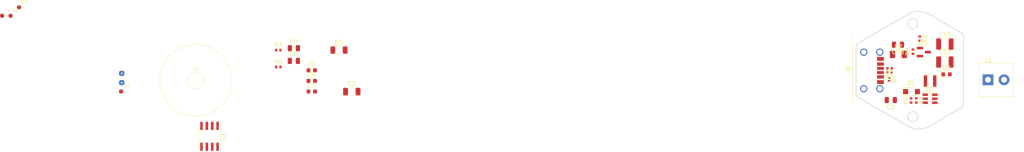
<source format=kicad_pcb>
(kicad_pcb (version 20241229) (generator "pcbnew") (generator_version "9.0")
  (layers (0 "F.Cu" signal) (2 "B.Cu" signal) (13 "F.Paste" user) (15 "B.Paste" user) (5 "F.SilkS" user "F.Silkscreen") (7 "B.SilkS" user "B.Silkscreen") (1 "F.Mask" user) (3 "B.Mask" user) (25 "Edge.Cuts" user))
  (net 0 "")
  (net 1 "GND")
  (net 2 "VBUS")
  (net 3 "+5C")
  (net 4 "Net-(U1-FB)")
  (net 5 "Net-(D2-A)")
  (net 6 "Net-(R3-Pad1)")
  (net 7 "Net-(R3-Pad2)")
  (net 8 "GNDPWR")
  (net 9 "/DRIVE")
  (net 10 "+5V")
  (net 11 "Net-(D1-A)")
  (net 12 "Net-(Q1-G)")
  (net 13 "Net-(J2-Pin_2)")
  (net 14 "Net-(J8-CC2)")
  (net 15 "Net-(J8-CC1)")
  (net 16 "Net-(U2-FB)")
  (footprint "Resistor_SMD:R_0402_1005Metric" (layer "F.Cu") (at 146.9375 92.46 -90)
    (property "Reference" "R9" (at 0 -1.17 90) (layer "F.SilkS"))
    (property "Value" "0R")
    (fp_line (start -0.153641 0.38) (end 0.153641 0.38) (stroke (width 0.12)) (layer "F.SilkS"))
    (fp_line (start -0.153641 -0.38) (end 0.153641 -0.38) (stroke (width 0.12)) (layer "F.SilkS"))
    (pad "1" smd roundrect (at -0.51 0 270) (size 0.54 0.64) (layers "F.Cu" "F.Mask" "F.Paste") (net 5 "Net-(D2-A)"))
    (pad "2" smd roundrect (at 0.51 0 270) (size 0.54 0.64) (layers "F.Cu" "F.Mask" "F.Paste") (net 12 "Net-(Q1-G)"))
  )
  (footprint "Capacitor_SMD:C_1210_3225Metric" (layer "F.Cu") (at 152.9 98)
    (property "Reference" "C12" (at 0 -2.3 0) (layer "F.SilkS"))
    (property "Value" "22uF 25V")
    (fp_line (start -0.711252 -1.36) (end 0.711252 -1.36) (stroke (width 0.12)) (layer "F.SilkS"))
    (fp_line (start -0.711252 1.36) (end 0.711252 1.36) (stroke (width 0.12)) (layer "F.SilkS"))
    (pad "1" smd roundrect (at -1.475 0) (size 1.15 2.7) (layers "F.Cu" "F.Mask" "F.Paste") (roundrect_rratio 0.217391) (net 10 "+5V"))
    (pad "2" smd roundrect (at 1.475 0) (size 1.15 2.7) (layers "F.Cu" "F.Mask" "F.Paste") (roundrect_rratio 0.217391) (net 1 "GND"))
  )
  (footprint "Package_TO_SOT_SMD:SOT-23-6" (layer "F.Cu") (at 149.385 106.675)
    (property "Reference" "U2" (at 0 -2.4 0) (layer "F.SilkS"))
    (property "Value" "MT3608")
    (fp_line (start 0 -1.56) (end -0.8 -1.56) (stroke (width 0.12)) (layer "F.SilkS"))
    (fp_line (start 0 -1.56) (end 0.8 -1.56) (stroke (width 0.12)) (layer "F.SilkS"))
    (fp_line (start 0 1.56) (end -0.8 1.56) (stroke (width 0.12)) (layer "F.SilkS"))
    (fp_line (start 0 1.56) (end 0.8 1.56) (stroke (width 0.12)) (layer "F.SilkS"))
    (fp_poly (pts (xy -1.3 -1.51) (xy -1.54 -1.84) (xy -1.06 -1.84)) (stroke (width 0.12)) (fill yes) (layer "F.SilkS"))
    (pad "1" smd roundrect (at -1.1375 -0.95) (size 1.325 0.6) (layers "F.Cu" "F.Mask" "F.Paste") (net 11 "Net-(D1-A)"))
    (pad "2" smd roundrect (at -1.1375 0) (size 1.325 0.6) (layers "F.Cu" "F.Mask" "F.Paste") (net 1 "GND"))
    (pad "3" smd roundrect (at -1.1375 0.95) (size 1.325 0.6) (layers "F.Cu" "F.Mask" "F.Paste") (net 16 "Net-(U2-FB)"))
    (pad "4" smd roundrect (at 1.1375 0.95) (size 1.325 0.6) (layers "F.Cu" "F.Mask" "F.Paste") (net 10 "+5V"))
    (pad "5" smd roundrect (at 1.1375 0) (size 1.325 0.6) (layers "F.Cu" "F.Mask" "F.Paste") (net 10 "+5V"))
    (pad "6" smd roundrect (at 1.1375 -0.95) (size 1.325 0.6) (layers "F.Cu" "F.Mask" "F.Paste"))
  )
  (footprint "Resistor_SMD:R_0402_1005Metric" (layer "F.Cu") (at -4.865 99.16)
    (property "Reference" "R6" (at 0 -1.17 0) (layer "F.SilkS"))
    (property "Value" "1k 1%")
    (fp_line (start -0.153641 -0.38) (end 0.153641 -0.38) (stroke (width 0.12)) (layer "F.SilkS"))
    (fp_line (start -0.153641 0.38) (end 0.153641 0.38) (stroke (width 0.12)) (layer "F.SilkS"))
    (pad "1" smd roundrect (at -0.51 0) (size 0.54 0.64) (layers "F.Cu" "F.Mask" "F.Paste") (net 4 "Net-(U1-FB)"))
    (pad "2" smd roundrect (at 0.51 0) (size 0.54 0.64) (layers "F.Cu" "F.Mask" "F.Paste") (net 8 "GNDPWR"))
  )
  (footprint "Capacitor_SMD:C_0603_1608Metric" (layer "F.Cu") (at 3.045 104.98)
    (property "Reference" "C7" (at 0 -1.43 0) (layer "F.SilkS"))
    (property "Value" "0.1uF 16V 10% X7R")
    (fp_line (start -0.14058 -0.51) (end 0.14058 -0.51) (stroke (width 0.12)) (layer "F.SilkS"))
    (fp_line (start -0.14058 0.51) (end 0.14058 0.51) (stroke (width 0.12)) (layer "F.SilkS"))
    (pad "1" smd roundrect (at -0.775 0) (size 0.9 0.95) (layers "F.Cu" "F.Mask" "F.Paste") (net 3 "+5C"))
    (pad "2" smd roundrect (at 0.775 0) (size 0.9 0.95) (layers "F.Cu" "F.Mask" "F.Paste") (net 1 "GND"))
  )
  (footprint "Capacitor_SMD:C_1206_3216Metric" (layer "F.Cu") (at 12.525 105)
    (property "Reference" "C3" (at 0 -1.85 0) (layer "F.SilkS"))
    (property "Value" "33nF 50V COG")
    (fp_line (start -0.711252 -0.91) (end 0.711252 -0.91) (stroke (width 0.12)) (layer "F.SilkS"))
    (fp_line (start -0.711252 0.91) (end 0.711252 0.91) (stroke (width 0.12)) (layer "F.SilkS"))
    (pad "1" smd roundrect (at -1.475 0) (size 1.15 1.8) (layers "F.Cu" "F.Mask" "F.Paste") (roundrect_rratio 0.217391) (net 9 "/DRIVE"))
    (pad "2" smd roundrect (at 1.475 0) (size 1.15 1.8) (layers "F.Cu" "F.Mask" "F.Paste") (roundrect_rratio 0.217391) (net 3 "+5C"))
  )
  (footprint "Pixels-dice:TEST_PIN" (layer "F.Cu") (at -42.0775 104.975)
    (property "Reference" "W3" (hide yes))
    (property "Value" "LED" (at 1.25 -1.27 0) (layer "F.SilkS") (effects (font (size 0.5 0.5) (thickness 0.1))))
    (pad "1" smd circle (at 0 0) (size 1 1) (layers "F.Cu" "F.Mask") (net 5 "Net-(D2-A)"))
  )
  (footprint "Inductor_SMD:L_Taiyo-Yuden_MD-3030" (layer "F.Cu") (at 149.4 102.5 180)
    (property "Reference" "L1" (at 0 -2.5 0) (layer "F.SilkS"))
    (property "Value" "10uH 500mA")
    (fp_line (start -1.5 1.6) (end 1.5 1.6) (stroke (width 0.12)) (layer "F.SilkS"))
    (fp_line (start -1.5 -1.6) (end 1.5 -1.6) (stroke (width 0.12)) (layer "F.SilkS"))
    (pad "1" smd rect (at -1.1 0 180) (size 0.8 2.7) (layers "F.Cu" "F.Mask" "F.Paste") (net 10 "+5V"))
    (pad "2" smd rect (at 1.1 0 180) (size 0.8 2.7) (layers "F.Cu" "F.Mask" "F.Paste") (net 11 "Net-(D1-A)"))
  )
  (footprint "Resistor_SMD:R_0402_1005Metric" (layer "F.Cu") (at 139.81 100.5 180)
    (property "Reference" "R1" (at 0 -1.17 0) (layer "F.SilkS"))
    (property "Value" "5.1k 1%")
    (fp_line (start -0.153641 0.38) (end 0.153641 0.38) (stroke (width 0.12)) (layer "F.SilkS"))
    (fp_line (start -0.153641 -0.38) (end 0.153641 -0.38) (stroke (width 0.12)) (layer "F.SilkS"))
    (pad "1" smd roundrect (at -0.51 0 180) (size 0.54 0.64) (layers "F.Cu" "F.Mask" "F.Paste") (net 1 "GND"))
    (pad "2" smd roundrect (at 0.51 0 180) (size 0.54 0.64) (layers "F.Cu" "F.Mask" "F.Paste") (net 14 "Net-(J8-CC2)"))
  )
  (footprint "Fuse:Fuse_1206_3216Metric" (layer "F.Cu") (at 141.9 96.2)
    (property "Reference" "F2" (at 0 -1.83 0) (layer "F.SilkS"))
    (property "Value" "250mA 150mR")
    (fp_line (start -0.602064 -0.91) (end 0.602064 -0.91) (stroke (width 0.12)) (layer "F.SilkS"))
    (fp_line (start -0.602064 0.91) (end 0.602064 0.91) (stroke (width 0.12)) (layer "F.SilkS"))
    (pad "1" smd roundrect (at -1.4 0) (size 1.25 1.75) (layers "F.Cu" "F.Mask" "F.Paste") (roundrect_rratio 0.2) (net 2 "VBUS"))
    (pad "2" smd roundrect (at 1.4 0) (size 1.25 1.75) (layers "F.Cu" "F.Mask" "F.Paste") (roundrect_rratio 0.2) (net 10 "+5V"))
  )
  (footprint "Capacitor_SMD:C_0805_2012Metric" (layer "F.Cu") (at 141.8 93.9 180)
    (property "Reference" "C13" (at 0 -1.68 0) (layer "F.SilkS"))
    (property "Value" "10uF 50V 10% X5R")
    (fp_line (start -0.261252 0.735) (end 0.261252 0.735) (stroke (width 0.12)) (layer "F.SilkS"))
    (fp_line (start -0.261252 -0.735) (end 0.261252 -0.735) (stroke (width 0.12)) (layer "F.SilkS"))
    (pad "1" smd roundrect (at -0.95 0 180) (size 1 1.45) (layers "F.Cu" "F.Mask" "F.Paste") (net 10 "+5V"))
    (pad "2" smd roundrect (at 0.95 0 180) (size 1 1.45) (layers "F.Cu" "F.Mask" "F.Paste") (net 2 "VBUS"))
  )
  (footprint "Pixels-dice:USB-C-SMD_10P-P1.00-L6.8-W8.9" (layer "F.Cu") (at 135.6 100 180)
    (property "Reference" "J8" (at 5.5 0 90) (layer "F.SilkS"))
    (property "Value" "USB_C_Receptacle_USB2.0")
    (fp_line (start 4.5 8) (end 4.5 -7.6) (stroke (width 0.12)) (layer "F.SilkS"))
    (pad "A5" smd rect (at -2.05 0.5 270) (size 0.7 1.6) (layers "F.Cu" "F.Mask" "F.Paste") (net 15 "Net-(J8-CC1)"))
    (pad "A9" smd rect (at -2.05 -1.52 270) (size 0.8 1.6) (layers "F.Cu" "F.Mask" "F.Paste") (net 2 "VBUS"))
    (pad "A12" smd rect (at -2.05 -2.75 270) (size 0.9 1.6) (layers "F.Cu" "F.Mask" "F.Paste") (net 1 "GND"))
    (pad "B5" smd rect (at -2.05 -0.5 270) (size 0.7 1.6) (layers "F.Cu" "F.Mask" "F.Paste") (net 14 "Net-(J8-CC2)"))
    (pad "B9" smd rect (at -2.05 1.52 270) (size 0.8 1.6) (layers "F.Cu" "F.Mask" "F.Paste") (net 2 "VBUS"))
    (pad "B12" smd rect (at -2.05 2.75 270) (size 0.9 1.6) (layers "F.Cu" "F.Mask" "F.Paste") (net 1 "GND"))
    (pad "S1" thru_hole circle (at -1.9 -4.32 180) (size 1.7 1.7) (drill 1.2) (layers "*.Cu" "*.Mask") (net 1 "GND"))
    (pad "S1" thru_hole circle (at -1.9 4.32 180) (size 1.7 1.7) (drill 1.2) (layers "*.Cu" "*.Mask") (net 1 "GND"))
    (pad "S1" thru_hole circle (at 1.9 -4.32 180) (size 1.7 1.7) (drill 1.2) (layers "*.Cu" "*.Mask") (net 1 "GND"))
    (pad "S1" thru_hole circle (at 1.9 4.32 180) (size 1.7 1.7) (drill 1.2) (layers "*.Cu" "*.Mask") (net 1 "GND"))
  )
  (footprint "Capacitor_SMD:C_0805_2012Metric" (layer "F.Cu") (at 140.1 107 180)
    (property "Reference" "C2" (at 0 -1.68 0) (layer "F.SilkS"))
    (property "Value" "22uF 25V 20% X5R")
    (fp_line (start -0.261252 0.735) (end 0.261252 0.735) (stroke (width 0.12)) (layer "F.SilkS"))
    (fp_line (start -0.261252 -0.735) (end 0.261252 -0.735) (stroke (width 0.12)) (layer "F.SilkS"))
    (pad "1" smd roundrect (at -0.95 0 180) (size 1 1.45) (layers "F.Cu" "F.Mask" "F.Paste") (net 3 "+5C"))
    (pad "2" smd roundrect (at 0.95 0 180) (size 1 1.45) (layers "F.Cu" "F.Mask" "F.Paste") (net 1 "GND"))
  )
  (footprint "Pixels-dice:TX Coil" (layer "F.Cu") (at -24.4375 102.305)
    (property "Reference" "J1" (at 0 -2.8 0) (layer "F.SilkS"))
    (property "Value" "TX_Coil")
    (fp_circle (center 0 0) (end 2 0) (stroke (width 0.1)) (fill no) (layer "F.SilkS"))
    (fp_circle (center 0 0) (end 8.5 0) (stroke (width 0.1)) (fill no) (layer "F.SilkS"))
  )
  (footprint "Package_TO_SOT_SMD:SOT-23" (layer "F.Cu") (at 147.9375 95.65)
    (property "Reference" "Q1" (at 0 -2.4 0) (layer "F.SilkS"))
    (property "Value" "2N7002")
    (fp_line (start 0 -1.56) (end -0.65 -1.56) (stroke (width 0.12)) (layer "F.SilkS"))
    (fp_line (start 0 -1.56) (end 0.65 -1.56) (stroke (width 0.12)) (layer "F.SilkS"))
    (fp_line (start 0 1.56) (end -0.65 1.56) (stroke (width 0.12)) (layer "F.SilkS"))
    (fp_line (start 0 1.56) (end 0.65 1.56) (stroke (width 0.12)) (layer "F.SilkS"))
    (fp_poly (pts (xy -1.1625 -1.51) (xy -1.4025 -1.84) (xy -0.9225 -1.84)) (stroke (width 0.12)) (fill yes) (layer "F.SilkS"))
    (pad "1" smd roundrect (at -0.9375 -0.95) (size 1.475 0.6) (layers "F.Cu" "F.Mask" "F.Paste") (net 12 "Net-(Q1-G)"))
    (pad "2" smd roundrect (at -0.9375 0.95) (size 1.475 0.6) (layers "F.Cu" "F.Mask" "F.Paste") (net 1 "GND"))
    (pad "3" smd roundrect (at 0.9375 0) (size 1.475 0.6) (layers "F.Cu" "F.Mask" "F.Paste") (net 13 "Net-(J2-Pin_2)"))
  )
  (footprint "Capacitor_SMD:C_0603_1608Metric" (layer "F.Cu") (at 3.045 99.96)
    (property "Reference" "C1" (at 0 -1.43 0) (layer "F.SilkS"))
    (property "Value" "0.1uF 16V 10% X7R")
    (fp_line (start -0.14058 -0.51) (end 0.14058 -0.51) (stroke (width 0.12)) (layer "F.SilkS"))
    (fp_line (start -0.14058 0.51) (end 0.14058 0.51) (stroke (width 0.12)) (layer "F.SilkS"))
    (pad "1" smd roundrect (at -0.775 0) (size 0.9 0.95) (layers "F.Cu" "F.Mask" "F.Paste") (net 3 "+5C"))
    (pad "2" smd roundrect (at 0.775 0) (size 0.9 0.95) (layers "F.Cu" "F.Mask" "F.Paste") (net 1 "GND"))
  )
  (footprint "Resistor_SMD:R_0402_1005Metric" (layer "F.Cu") (at 145.3375 95.55 90)
    (property "Reference" "R8" (at 0 -1.17 90) (layer "F.SilkS"))
    (property "Value" "DNP")
    (fp_line (start -0.153641 -0.38) (end 0.153641 -0.38) (stroke (width 0.12)) (layer "F.SilkS"))
    (fp_line (start -0.153641 0.38) (end 0.153641 0.38) (stroke (width 0.12)) (layer "F.SilkS"))
    (pad "1" smd roundrect (at -0.51 0 90) (size 0.54 0.64) (layers "F.Cu" "F.Mask" "F.Paste") (net 1 "GND"))
    (pad "2" smd roundrect (at 0.51 0 90) (size 0.54 0.64) (layers "F.Cu" "F.Mask" "F.Paste") (net 12 "Net-(Q1-G)"))
  )
  (footprint "Pixels-dice:SOIC-8_3.9x4.9mm_P1.27mm" (layer "F.Cu") (at -21.1425 115.58)
    (property "Reference" "U1" (at 3.4 0 270) (layer "F.SilkS"))
    (property "Value" "XKT520")
    (fp_line (start -2.56 0) (end -2.56 -1.95) (stroke (width 0.12)) (layer "F.SilkS"))
    (fp_line (start -2.56 0) (end -2.56 3.45) (stroke (width 0.12)) (layer "F.SilkS"))
    (fp_line (start 2.56 0) (end 2.56 -1.95) (stroke (width 0.12)) (layer "F.SilkS"))
    (fp_line (start 2.56 0) (end 2.56 1.95) (stroke (width 0.12)) (layer "F.SilkS"))
    (pad "1" smd roundrect (at -1.905 2.475 90) (size 1.95 0.6) (layers "F.Cu" "F.Mask" "F.Paste") (net 3 "+5C"))
    (pad "2" smd roundrect (at -0.635 2.475 90) (size 1.95 0.6) (layers "F.Cu" "F.Mask" "F.Paste") (net 5 "Net-(D2-A)"))
    (pad "3" smd roundrect (at 0.635 2.475 90) (size 1.95 0.6) (layers "F.Cu" "F.Mask" "F.Paste") (net 7 "Net-(R3-Pad2)"))
    (pad "4" smd roundrect (at 1.905 2.475 90) (size 1.95 0.6) (layers "F.Cu" "F.Mask" "F.Paste") (net 6 "Net-(R3-Pad1)"))
    (pad "5" smd roundrect (at 1.905 -2.475 90) (size 1.95 0.6) (layers "F.Cu" "F.Mask" "F.Paste") (net 4 "Net-(U1-FB)"))
    (pad "6" smd roundrect (at 0.635 -2.475 90) (size 1.95 0.6) (layers "F.Cu" "F.Mask" "F.Paste") (net 1 "GND"))
    (pad "7" smd roundrect (at -0.635 -2.475 90) (size 1.95 0.6) (layers "F.Cu" "F.Mask" "F.Paste") (net 9 "/DRIVE"))
    (pad "8" smd roundrect (at -1.905 -2.475 90) (size 1.95 0.6) (layers "F.Cu" "F.Mask" "F.Paste") (net 8 "GNDPWR"))
  )
  (footprint "Resistor_SMD:R_1206_3216Metric" (layer "F.Cu") (at 9.495 95.17)
    (property "Reference" "R5" (at 0 -1.83 0) (layer "F.SilkS"))
    (property "Value" "1.0R")
    (fp_line (start -0.727064 -0.91) (end 0.727064 -0.91) (stroke (width 0.12)) (layer "F.SilkS"))
    (fp_line (start -0.727064 0.91) (end 0.727064 0.91) (stroke (width 0.12)) (layer "F.SilkS"))
    (pad "1" smd roundrect (at -1.4625 0) (size 1.125 1.75) (layers "F.Cu" "F.Mask" "F.Paste") (roundrect_rratio 0.222222) (net 1 "GND"))
    (pad "2" smd roundrect (at 1.4625 0) (size 1.125 1.75) (layers "F.Cu" "F.Mask" "F.Paste") (roundrect_rratio 0.222222) (net 8 "GNDPWR"))
  )
  (footprint "Pixels-dice:TEST_PIN" (layer "F.Cu") (at -68.2375 87.055)
    (property "Reference" "W6" (hide yes))
    (property "Value" "OUT" (at 1.25 -1.27 0) (layer "F.SilkS") (effects (font (size 0.5 0.5) (thickness 0.1))))
    (pad "1" smd circle (at 0 0) (size 1 1) (layers "F.Cu" "F.Mask") (net 9 "/DRIVE"))
  )
  (footprint "Resistor_SMD:R_0402_1005Metric" (layer "F.Cu") (at -4.865 95.18)
    (property "Reference" "R3" (at 0 -1.17 0) (layer "F.SilkS"))
    (property "Value" "120K 1%")
    (fp_line (start -0.153641 -0.38) (end 0.153641 -0.38) (stroke (width 0.12)) (layer "F.SilkS"))
    (fp_line (start -0.153641 0.38) (end 0.153641 0.38) (stroke (width 0.12)) (layer "F.SilkS"))
    (pad "1" smd roundrect (at -0.51 0) (size 0.54 0.64) (layers "F.Cu" "F.Mask" "F.Paste") (net 6 "Net-(R3-Pad1)"))
    (pad "2" smd roundrect (at 0.51 0) (size 0.54 0.64) (layers "F.Cu" "F.Mask" "F.Paste") (net 7 "Net-(R3-Pad2)"))
  )
  (footprint "Capacitor_SMD:C_0805_2012Metric" (layer "F.Cu") (at -1.185 97.73)
    (property "Reference" "C9" (at 0 -1.68 0) (layer "F.SilkS"))
    (property "Value" "10uF 50V 10% X5R")
    (fp_line (start -0.261252 -0.735) (end 0.261252 -0.735) (stroke (width 0.12)) (layer "F.SilkS"))
    (fp_line (start -0.261252 0.735) (end 0.261252 0.735) (stroke (width 0.12)) (layer "F.SilkS"))
    (pad "1" smd roundrect (at -0.95 0) (size 1 1.45) (layers "F.Cu" "F.Mask" "F.Paste") (net 8 "GNDPWR"))
    (pad "2" smd roundrect (at 0.95 0) (size 1 1.45) (layers "F.Cu" "F.Mask" "F.Paste") (net 1 "GND"))
  )
  (footprint "Resistor_SMD:R_0402_1005Metric" (layer "F.Cu") (at 139.81 99.5 180)
    (property "Reference" "R2" (at 0 -1.17 0) (layer "F.SilkS"))
    (property "Value" "5.1k 1%")
    (fp_line (start -0.153641 0.38) (end 0.153641 0.38) (stroke (width 0.12)) (layer "F.SilkS"))
    (fp_line (start -0.153641 -0.38) (end 0.153641 -0.38) (stroke (width 0.12)) (layer "F.SilkS"))
    (pad "1" smd roundrect (at -0.51 0 180) (size 0.54 0.64) (layers "F.Cu" "F.Mask" "F.Paste") (net 1 "GND"))
    (pad "2" smd roundrect (at 0.51 0 180) (size 0.54 0.64) (layers "F.Cu" "F.Mask" "F.Paste") (net 15 "Net-(J8-CC1)"))
  )
  (footprint "Capacitor_SMD:C_0805_2012Metric" (layer "F.Cu") (at -1.185 94.72)
    (property "Reference" "C5" (at 0 -1.68 0) (layer "F.SilkS"))
    (property "Value" "22uF 25V 20% X5R")
    (fp_line (start -0.261252 -0.735) (end 0.261252 -0.735) (stroke (width 0.12)) (layer "F.SilkS"))
    (fp_line (start -0.261252 0.735) (end 0.261252 0.735) (stroke (width 0.12)) (layer "F.SilkS"))
    (pad "1" smd roundrect (at -0.95 0) (size 1 1.45) (layers "F.Cu" "F.Mask" "F.Paste") (net 3 "+5C"))
    (pad "2" smd roundrect (at 0.95 0) (size 1 1.45) (layers "F.Cu" "F.Mask" "F.Paste") (net 1 "GND"))
  )
  (footprint "Resistor_SMD:R_0402_1005Metric" (layer "F.Cu") (at 146.14 107.105 -90)
    (property "Reference" "R7" (at 0 -1.17 90) (layer "F.SilkS"))
    (property "Value" "~")
    (fp_line (start -0.153641 0.38) (end 0.153641 0.38) (stroke (width 0.12)) (layer "F.SilkS"))
    (fp_line (start -0.153641 -0.38) (end 0.153641 -0.38) (stroke (width 0.12)) (layer "F.SilkS"))
    (pad "1" smd roundrect (at -0.51 0 270) (size 0.54 0.64) (layers "F.Cu" "F.Mask" "F.Paste") (net 1 "GND"))
    (pad "2" smd roundrect (at 0.51 0 270) (size 0.54 0.64) (layers "F.Cu" "F.Mask" "F.Paste") (net 16 "Net-(U2-FB)"))
  )
  (footprint "Pixels-dice:DFN" (layer "F.Cu") (at 139.7 102.125 -90)
    (property "Reference" "D4" (at 0 -1.16 90) (layer "F.SilkS"))
    (property "Value" "D_TVS")
    (fp_circle (center -0.7 0) (end -0.7 0) (stroke (width 0.12)) (fill no) (layer "F.SilkS"))
    (pad "1" smd rect (at -0.325 0 270) (size 0.35 0.6) (layers "F.Cu" "F.Mask" "F.Paste") (net 2 "VBUS"))
    (pad "2" smd rect (at 0.325 0 270) (size 0.35 0.6) (layers "F.Cu" "F.Mask" "F.Paste") (net 1 "GND"))
  )
  (footprint "Pixels-dice:COIL_CON" (layer "F.Cu") (at -41.9275 100.825)
    (property "Reference" "J6" (hide yes))
    (property "Value" "Coil B" (hide yes))
    (pad "1" thru_hole roundrect (at 0 -0.15) (size 1.3 1.2) (drill 0.35) (layers "*.Cu" "*.Mask") (roundrect_rratio 0.4) (net 3 "+5C"))
  )
  (footprint "Pixels-dice:TEST_PIN" (layer "F.Cu") (at -66.2375 85.055)
    (property "Reference" "W7" (hide yes))
    (property "Value" "PVSS" (at 1.25 -1.27 0) (layer "F.SilkS") (effects (font (size 0.5 0.5) (thickness 0.1))))
    (pad "1" smd circle (at 0 0) (size 1 1) (layers "F.Cu" "F.Mask") (net 8 "GNDPWR"))
  )
  (footprint "Pixels-dice:DB125-3.81-2P-GN-S" (layer "F.Cu") (at 163.1 102.2)
    (property "Reference" "J2" (at 0 -4.5 0) (layer "F.SilkS"))
    (property "Value" "Screw_Terminal_01x02")
    (fp_line (start -2 -4) (end -2 4) (stroke (width 0.12)) (layer "F.SilkS"))
    (fp_line (start -2 4) (end 6 4) (stroke (width 0.12)) (layer "F.SilkS"))
    (fp_line (start 6 -4) (end -2 -4) (stroke (width 0.12)) (layer "F.SilkS"))
    (fp_line (start 6 4) (end 6 -4) (stroke (width 0.12)) (layer "F.SilkS"))
    (pad "1" thru_hole rect (at 0 0) (size 2.54 2.54) (drill 1.4) (layers "*.Cu" "*.Mask") (net 10 "+5V"))
    (pad "2" thru_hole circle (at 3.81 0) (size 2.54 2.54) (drill 1.4) (layers "*.Cu" "*.Mask") (net 13 "Net-(J2-Pin_2)"))
  )
  (footprint "Resistor_SMD:R_0402_1005Metric" (layer "F.Cu") (at 144.9 107.1 90)
    (property "Reference" "R4" (at 0 -1.17 90) (layer "F.SilkS"))
    (property "Value" "~")
    (fp_line (start -0.153641 -0.38) (end 0.153641 -0.38) (stroke (width 0.12)) (layer "F.SilkS"))
    (fp_line (start -0.153641 0.38) (end 0.153641 0.38) (stroke (width 0.12)) (layer "F.SilkS"))
    (pad "1" smd roundrect (at -0.51 0 90) (size 0.54 0.64) (layers "F.Cu" "F.Mask" "F.Paste") (net 16 "Net-(U2-FB)"))
    (pad "2" smd roundrect (at 0.51 0 90) (size 0.54 0.64) (layers "F.Cu" "F.Mask" "F.Paste") (net 3 "+5C"))
  )
  (footprint "Diode_SMD:Nexperia_CFP3_SOD-123W" (layer "F.Cu") (at 145 105)
    (property "Reference" "D1" (at 0 -2 0) (layer "F.SilkS"))
    (property "Value" "D")
    (fp_line (start -2.26 -0.95) (end -2.26 0.95) (stroke (width 0.12)) (layer "F.SilkS"))
    (fp_line (start -2.26 -0.95) (end 1.4 -0.95) (stroke (width 0.12)) (layer "F.SilkS"))
    (fp_line (start -2.26 0.95) (end 1.4 0.95) (stroke (width 0.12)) (layer "F.SilkS"))
    (pad "1" smd rect (at -1.4 0) (size 1.2 1.2) (layers "F.Cu" "F.Mask" "F.Paste") (net 3 "+5C"))
    (pad "2" smd rect (at 1.4 0) (size 1.2 1.2) (layers "F.Cu" "F.Mask" "F.Paste") (net 11 "Net-(D1-A)"))
  )
  (footprint "Pixels-dice:COIL_CON" (layer "F.Cu") (at -41.9275 103.025)
    (property "Reference" "J9" (hide yes))
    (property "Value" "Coil A" (hide yes))
    (pad "1" thru_hole roundrect (at 0 -0.15) (size 1.3 1.2) (drill 0.35) (layers "*.Cu" "*.Mask") (roundrect_rratio 0.4) (net 9 "/DRIVE"))
  )
  (footprint "Capacitor_SMD:C_0603_1608Metric" (layer "F.Cu") (at 3.045 102.47)
    (property "Reference" "C6" (at 0 -1.43 0) (layer "F.SilkS"))
    (property "Value" "0.1uF 16V 10% X7R")
    (fp_line (start -0.14058 -0.51) (end 0.14058 -0.51) (stroke (width 0.12)) (layer "F.SilkS"))
    (fp_line (start -0.14058 0.51) (end 0.14058 0.51) (stroke (width 0.12)) (layer "F.SilkS"))
    (pad "1" smd roundrect (at -0.775 0) (size 0.9 0.95) (layers "F.Cu" "F.Mask" "F.Paste") (net 1 "GND"))
    (pad "2" smd roundrect (at 0.775 0) (size 0.9 0.95) (layers "F.Cu" "F.Mask" "F.Paste") (net 4 "Net-(U1-FB)"))
  )
  (footprint "Capacitor_SMD:C_1210_3225Metric" (layer "F.Cu") (at 152.9 93.75)
    (property "Reference" "C10" (at 0 -2.3 0) (layer "F.SilkS"))
    (property "Value" "22uF 25V")
    (fp_line (start -0.711252 -1.36) (end 0.711252 -1.36) (stroke (width 0.12)) (layer "F.SilkS"))
    (fp_line (start -0.711252 1.36) (end 0.711252 1.36) (stroke (width 0.12)) (layer "F.SilkS"))
    (pad "1" smd roundrect (at -1.475 0) (size 1.15 2.7) (layers "F.Cu" "F.Mask" "F.Paste") (roundrect_rratio 0.217391) (net 10 "+5V"))
    (pad "2" smd roundrect (at 1.475 0) (size 1.15 2.7) (layers "F.Cu" "F.Mask" "F.Paste") (roundrect_rratio 0.217391) (net 1 "GND"))
  )
  (footprint "Pixels-dice:TEST_PIN" (layer "F.Cu") (at -70.2375 87.055)
    (property "Reference" "W4" (hide yes))
    (property "Value" "FB" (at 1.25 -1.27 0) (layer "F.SilkS") (effects (font (size 0.5 0.5) (thickness 0.1))))
    (pad "1" smd circle (at 0 0) (size 1 1) (layers "F.Cu" "F.Mask") (net 4 "Net-(U1-FB)"))
  )
  (footprint "LED_SMD:LED_0603_1608Metric" (layer "F.Cu") (at 153.3 100.9)
    (property "Reference" "D2" (at 0 -1.43 0) (layer "F.SilkS"))
    (property "Value" "LED")
    (fp_line (start -1.485 -0.735) (end -1.485 0.735) (stroke (width 0.12)) (layer "F.SilkS"))
    (fp_line (start -1.485 0.735) (end 0.8 0.735) (stroke (width 0.12)) (layer "F.SilkS"))
    (fp_line (start 0.8 -0.735) (end -1.485 -0.735) (stroke (width 0.12)) (layer "F.SilkS"))
    (pad "1" smd roundrect (at -0.7875 0) (size 0.875 0.95) (layers "F.Cu" "F.Mask" "F.Paste") (net 1 "GND"))
    (pad "2" smd roundrect (at 0.7875 0) (size 0.875 0.95) (layers "F.Cu" "F.Mask" "F.Paste") (net 5 "Net-(D2-A)"))
  )
  (gr_arc (start 156.799578 91.086737) (mid 157.183855 91.471036) (end 157.324509 91.995984) (stroke (width 0.15)) (layer "Edge.Cuts"))
  (gr_arc (start 157.324509 107.896876) (mid 157.183855 108.421824) (end 156.799578 108.806123) (stroke (width 0.15)) (layer "Edge.Cuts"))
  (gr_arc (start 132.381758 106.356101) (mid 132.016298 105.990137) (end 131.882552 105.490534) (stroke (width 0.15)) (layer "Edge.Cuts"))
  (gr_line (start 144.196291 113.191676) (end 132.381758 106.356101) (stroke (width 0.15)) (layer "Edge.Cuts"))
  (gr_circle (center 145.302986 110.94643) (end 146.502986 110.94643) (stroke (width 0.15)) (fill no) (layer "Edge.Cuts"))
  (gr_line (start 149.200422 113.193876) (end 156.799578 108.806123) (stroke (width 0.15)) (layer "Edge.Cuts"))
  (gr_line (start 131.882552 105.490534) (end 131.882552 94.402326) (stroke (width 0.15)) (layer "Edge.Cuts"))
  (gr_arc (start 144.196291 86.701184) (mid 146.698062 86.029018) (end 149.200422 86.698984) (stroke (width 0.15)) (layer "Edge.Cuts"))
  (gr_circle (center 145.302986 88.94643) (end 146.502986 88.94643) (stroke (width 0.15)) (fill no) (layer "Edge.Cuts"))
  (gr_line (start 156.799578 91.086737) (end 149.200422 86.698984) (stroke (width 0.15)) (layer "Edge.Cuts"))
  (gr_line (start 157.324509 91.995984) (end 157.324509 107.896876) (stroke (width 0.15)) (layer "Edge.Cuts"))
  (gr_line (start 132.381758 93.53676) (end 144.196291 86.701184) (stroke (width 0.15)) (layer "Edge.Cuts"))
  (gr_arc (start 131.882552 94.402331) (mid 132.016297 93.902726) (end 132.381758 93.53676) (stroke (width 0.15)) (layer "Edge.Cuts"))
  (gr_arc (start 149.200422 113.193876) (mid 146.698062 113.863842) (end 144.196291 113.191676) (stroke (width 0.15)) (layer "Edge.Cuts"))
)
</source>
